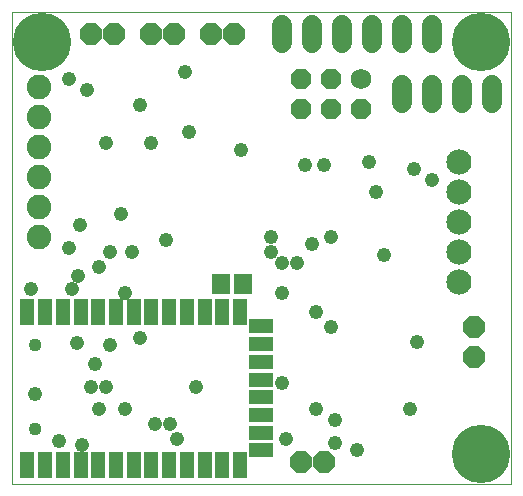
<source format=gbs>
G75*
%MOIN*%
%OFA0B0*%
%FSLAX24Y24*%
%IPPOS*%
%LPD*%
%AMOC8*
5,1,8,0,0,1.08239X$1,22.5*
%
%ADD10C,0.0000*%
%ADD11C,0.1130*%
%ADD12C,0.0840*%
%ADD13C,0.0820*%
%ADD14C,0.0680*%
%ADD15OC8,0.0680*%
%ADD16C,0.0680*%
%ADD17OC8,0.0710*%
%ADD18R,0.0592X0.0671*%
%ADD19R,0.0474X0.0867*%
%ADD20R,0.0789X0.0474*%
%ADD21C,0.0434*%
%ADD22C,0.0480*%
%ADD23C,0.1950*%
%ADD24C,0.0476*%
D10*
X000851Y000675D02*
X000851Y016421D01*
X017471Y016421D01*
X017471Y000675D01*
X000851Y000675D01*
X001424Y002527D02*
X001426Y002553D01*
X001432Y002579D01*
X001442Y002604D01*
X001455Y002627D01*
X001471Y002647D01*
X001491Y002665D01*
X001513Y002680D01*
X001536Y002692D01*
X001562Y002700D01*
X001588Y002704D01*
X001614Y002704D01*
X001640Y002700D01*
X001666Y002692D01*
X001690Y002680D01*
X001711Y002665D01*
X001731Y002647D01*
X001747Y002627D01*
X001760Y002604D01*
X001770Y002579D01*
X001776Y002553D01*
X001778Y002527D01*
X001776Y002501D01*
X001770Y002475D01*
X001760Y002450D01*
X001747Y002427D01*
X001731Y002407D01*
X001711Y002389D01*
X001689Y002374D01*
X001666Y002362D01*
X001640Y002354D01*
X001614Y002350D01*
X001588Y002350D01*
X001562Y002354D01*
X001536Y002362D01*
X001512Y002374D01*
X001491Y002389D01*
X001471Y002407D01*
X001455Y002427D01*
X001442Y002450D01*
X001432Y002475D01*
X001426Y002501D01*
X001424Y002527D01*
X001424Y005323D02*
X001426Y005349D01*
X001432Y005375D01*
X001442Y005400D01*
X001455Y005423D01*
X001471Y005443D01*
X001491Y005461D01*
X001513Y005476D01*
X001536Y005488D01*
X001562Y005496D01*
X001588Y005500D01*
X001614Y005500D01*
X001640Y005496D01*
X001666Y005488D01*
X001690Y005476D01*
X001711Y005461D01*
X001731Y005443D01*
X001747Y005423D01*
X001760Y005400D01*
X001770Y005375D01*
X001776Y005349D01*
X001778Y005323D01*
X001776Y005297D01*
X001770Y005271D01*
X001760Y005246D01*
X001747Y005223D01*
X001731Y005203D01*
X001711Y005185D01*
X001689Y005170D01*
X001666Y005158D01*
X001640Y005150D01*
X001614Y005146D01*
X001588Y005146D01*
X001562Y005150D01*
X001536Y005158D01*
X001512Y005170D01*
X001491Y005185D01*
X001471Y005203D01*
X001455Y005223D01*
X001442Y005246D01*
X001432Y005271D01*
X001426Y005297D01*
X001424Y005323D01*
X001326Y015425D02*
X001328Y015470D01*
X001334Y015515D01*
X001343Y015559D01*
X001357Y015602D01*
X001374Y015644D01*
X001394Y015684D01*
X001418Y015723D01*
X001446Y015759D01*
X001476Y015792D01*
X001509Y015823D01*
X001544Y015851D01*
X001582Y015876D01*
X001622Y015897D01*
X001663Y015915D01*
X001706Y015930D01*
X001750Y015940D01*
X001795Y015947D01*
X001840Y015950D01*
X001885Y015949D01*
X001930Y015944D01*
X001974Y015935D01*
X002018Y015923D01*
X002060Y015907D01*
X002100Y015887D01*
X002139Y015864D01*
X002176Y015837D01*
X002210Y015808D01*
X002242Y015776D01*
X002270Y015741D01*
X002296Y015704D01*
X002318Y015664D01*
X002337Y015623D01*
X002352Y015581D01*
X002364Y015537D01*
X002372Y015493D01*
X002376Y015448D01*
X002376Y015402D01*
X002372Y015357D01*
X002364Y015313D01*
X002352Y015269D01*
X002337Y015227D01*
X002318Y015186D01*
X002296Y015146D01*
X002270Y015109D01*
X002242Y015074D01*
X002210Y015042D01*
X002176Y015013D01*
X002139Y014986D01*
X002100Y014963D01*
X002060Y014943D01*
X002018Y014927D01*
X001974Y014915D01*
X001930Y014906D01*
X001885Y014901D01*
X001840Y014900D01*
X001795Y014903D01*
X001750Y014910D01*
X001706Y014920D01*
X001663Y014935D01*
X001622Y014953D01*
X001582Y014974D01*
X001544Y014999D01*
X001509Y015027D01*
X001476Y015058D01*
X001446Y015091D01*
X001418Y015127D01*
X001394Y015166D01*
X001374Y015206D01*
X001357Y015248D01*
X001343Y015291D01*
X001334Y015335D01*
X001328Y015380D01*
X001326Y015425D01*
X015951Y015425D02*
X015953Y015470D01*
X015959Y015515D01*
X015968Y015559D01*
X015982Y015602D01*
X015999Y015644D01*
X016019Y015684D01*
X016043Y015723D01*
X016071Y015759D01*
X016101Y015792D01*
X016134Y015823D01*
X016169Y015851D01*
X016207Y015876D01*
X016247Y015897D01*
X016288Y015915D01*
X016331Y015930D01*
X016375Y015940D01*
X016420Y015947D01*
X016465Y015950D01*
X016510Y015949D01*
X016555Y015944D01*
X016599Y015935D01*
X016643Y015923D01*
X016685Y015907D01*
X016725Y015887D01*
X016764Y015864D01*
X016801Y015837D01*
X016835Y015808D01*
X016867Y015776D01*
X016895Y015741D01*
X016921Y015704D01*
X016943Y015664D01*
X016962Y015623D01*
X016977Y015581D01*
X016989Y015537D01*
X016997Y015493D01*
X017001Y015448D01*
X017001Y015402D01*
X016997Y015357D01*
X016989Y015313D01*
X016977Y015269D01*
X016962Y015227D01*
X016943Y015186D01*
X016921Y015146D01*
X016895Y015109D01*
X016867Y015074D01*
X016835Y015042D01*
X016801Y015013D01*
X016764Y014986D01*
X016725Y014963D01*
X016685Y014943D01*
X016643Y014927D01*
X016599Y014915D01*
X016555Y014906D01*
X016510Y014901D01*
X016465Y014900D01*
X016420Y014903D01*
X016375Y014910D01*
X016331Y014920D01*
X016288Y014935D01*
X016247Y014953D01*
X016207Y014974D01*
X016169Y014999D01*
X016134Y015027D01*
X016101Y015058D01*
X016071Y015091D01*
X016043Y015127D01*
X016019Y015166D01*
X015999Y015206D01*
X015982Y015248D01*
X015968Y015291D01*
X015959Y015335D01*
X015953Y015380D01*
X015951Y015425D01*
X015951Y001675D02*
X015953Y001720D01*
X015959Y001765D01*
X015968Y001809D01*
X015982Y001852D01*
X015999Y001894D01*
X016019Y001934D01*
X016043Y001973D01*
X016071Y002009D01*
X016101Y002042D01*
X016134Y002073D01*
X016169Y002101D01*
X016207Y002126D01*
X016247Y002147D01*
X016288Y002165D01*
X016331Y002180D01*
X016375Y002190D01*
X016420Y002197D01*
X016465Y002200D01*
X016510Y002199D01*
X016555Y002194D01*
X016599Y002185D01*
X016643Y002173D01*
X016685Y002157D01*
X016725Y002137D01*
X016764Y002114D01*
X016801Y002087D01*
X016835Y002058D01*
X016867Y002026D01*
X016895Y001991D01*
X016921Y001954D01*
X016943Y001914D01*
X016962Y001873D01*
X016977Y001831D01*
X016989Y001787D01*
X016997Y001743D01*
X017001Y001698D01*
X017001Y001652D01*
X016997Y001607D01*
X016989Y001563D01*
X016977Y001519D01*
X016962Y001477D01*
X016943Y001436D01*
X016921Y001396D01*
X016895Y001359D01*
X016867Y001324D01*
X016835Y001292D01*
X016801Y001263D01*
X016764Y001236D01*
X016725Y001213D01*
X016685Y001193D01*
X016643Y001177D01*
X016599Y001165D01*
X016555Y001156D01*
X016510Y001151D01*
X016465Y001150D01*
X016420Y001153D01*
X016375Y001160D01*
X016331Y001170D01*
X016288Y001185D01*
X016247Y001203D01*
X016207Y001224D01*
X016169Y001249D01*
X016134Y001277D01*
X016101Y001308D01*
X016071Y001341D01*
X016043Y001377D01*
X016019Y001416D01*
X015999Y001456D01*
X015982Y001498D01*
X015968Y001541D01*
X015959Y001585D01*
X015953Y001630D01*
X015951Y001675D01*
D11*
X016476Y001675D03*
X016476Y015425D03*
X001851Y015425D03*
D12*
X015726Y011425D03*
X015726Y010425D03*
X015726Y009425D03*
X015726Y008425D03*
X015726Y007425D03*
D13*
X001726Y008925D03*
X001726Y009925D03*
X001726Y010925D03*
X001726Y011925D03*
X001726Y012925D03*
X001726Y013925D03*
D14*
X012476Y014175D03*
D15*
X011476Y014175D03*
X010476Y014175D03*
X010476Y013175D03*
X011476Y013175D03*
X012476Y013175D03*
D16*
X013851Y013375D02*
X013851Y013975D01*
X014851Y013975D02*
X014851Y013375D01*
X015851Y013375D02*
X015851Y013975D01*
X016851Y013975D02*
X016851Y013375D01*
X014851Y015375D02*
X014851Y015975D01*
X013851Y015975D02*
X013851Y015375D01*
X012851Y015375D02*
X012851Y015975D01*
X011851Y015975D02*
X011851Y015375D01*
X010851Y015375D02*
X010851Y015975D01*
X009851Y015975D02*
X009851Y015375D01*
D17*
X008226Y015675D03*
X007476Y015675D03*
X006226Y015675D03*
X005476Y015675D03*
X004226Y015675D03*
X003476Y015675D03*
X016226Y005925D03*
X016226Y004925D03*
X011226Y001425D03*
X010476Y001425D03*
D18*
X008538Y007363D03*
X007790Y007363D03*
D19*
X007847Y006425D03*
X007257Y006425D03*
X006666Y006425D03*
X006076Y006425D03*
X005485Y006425D03*
X004895Y006425D03*
X004304Y006425D03*
X003714Y006425D03*
X003123Y006425D03*
X002532Y006425D03*
X001942Y006425D03*
X001351Y006425D03*
X001351Y001307D03*
X001942Y001307D03*
X002532Y001307D03*
X003123Y001307D03*
X003714Y001307D03*
X004304Y001307D03*
X004895Y001307D03*
X005485Y001307D03*
X006076Y001307D03*
X006666Y001307D03*
X007257Y001307D03*
X007847Y001307D03*
X008438Y001307D03*
X008438Y006425D03*
D20*
X009127Y005933D03*
X009127Y005342D03*
X009127Y004752D03*
X009127Y004161D03*
X009127Y003571D03*
X009127Y002980D03*
X009127Y002390D03*
X009127Y001799D03*
D21*
X001601Y002527D03*
X001601Y005323D03*
D22*
X001601Y003675D03*
X002414Y002113D03*
X003601Y004675D03*
X005976Y008800D03*
X008476Y011800D03*
X006726Y012425D03*
X005476Y012050D03*
X005101Y013300D03*
X009476Y008925D03*
X009476Y008425D03*
X010851Y008675D03*
X009851Y007050D03*
X010976Y006425D03*
X011476Y005925D03*
X009851Y004050D03*
X010976Y003175D03*
X011601Y002800D03*
X011601Y002050D03*
X012351Y001800D03*
X014101Y003175D03*
X014351Y005425D03*
X013226Y008300D03*
X012976Y010425D03*
X012726Y011425D03*
X011226Y011300D03*
X010601Y011300D03*
X014226Y011175D03*
D23*
X016476Y015425D03*
X016476Y001675D03*
X001851Y015425D03*
D24*
X002726Y014175D03*
X003351Y013800D03*
X003976Y012050D03*
X004476Y009675D03*
X004101Y008425D03*
X003726Y007925D03*
X003039Y007613D03*
X002851Y007175D03*
X001476Y007175D03*
X002726Y008550D03*
X003101Y009300D03*
X004851Y008425D03*
X004601Y007050D03*
X005101Y005550D03*
X004101Y005300D03*
X003008Y005394D03*
X003476Y003925D03*
X003976Y003925D03*
X003726Y003175D03*
X004601Y003175D03*
X005601Y002675D03*
X006101Y002675D03*
X006351Y002175D03*
X006976Y003925D03*
X009976Y002175D03*
X009851Y008050D03*
X010351Y008050D03*
X011476Y008925D03*
X014851Y010800D03*
X006601Y014425D03*
X003164Y001988D03*
M02*

</source>
